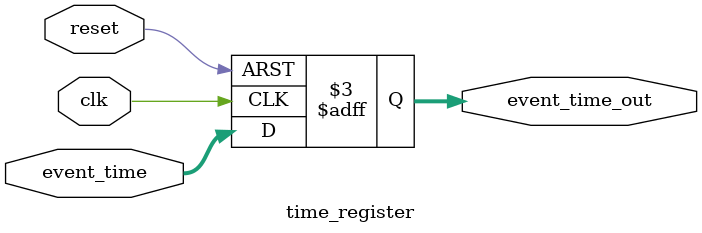
<source format=v>
module time_register(input clk, reset, input [31:0] event_time, output reg [31:0] event_time_out );

  always @(posedge clk or posedge reset) begin
	if(reset == 1) begin
		event_time_out <= 32'b0;
	end
	else begin
		event_time_out <= event_time;
	end
  end 

endmodule 
</source>
